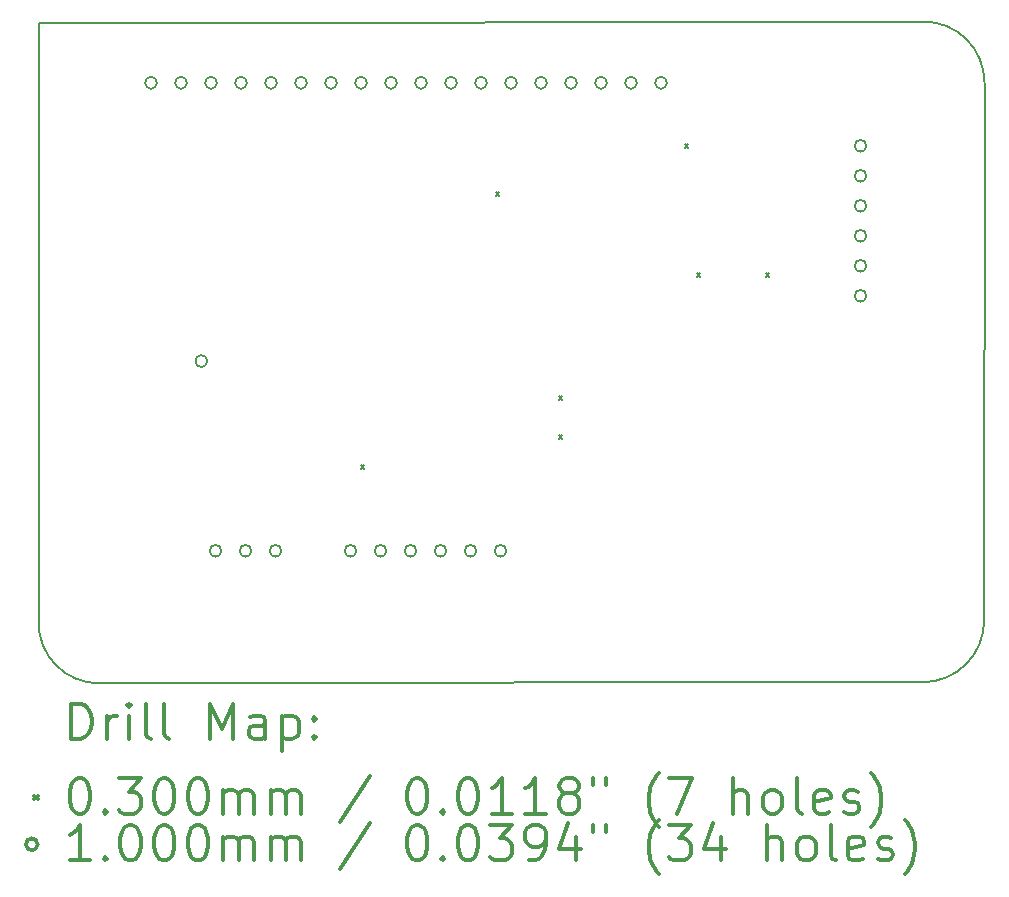
<source format=gbr>
%FSLAX45Y45*%
G04 Gerber Fmt 4.5, Leading zero omitted, Abs format (unit mm)*
G04 Created by KiCad (PCBNEW 5.1.10-88a1d61d58~88~ubuntu18.04.1) date 2021-06-14 13:50:45*
%MOMM*%
%LPD*%
G01*
G04 APERTURE LIST*
%TA.AperFunction,Profile*%
%ADD10C,0.150000*%
%TD*%
%ADD11C,0.200000*%
%ADD12C,0.300000*%
G04 APERTURE END LIST*
D10*
X15118080Y-14989810D02*
G75*
G02*
X14605000Y-14476730I0J513080D01*
G01*
X22611080Y-14458950D02*
G75*
G02*
X22089110Y-14980920I-521970J0D01*
G01*
X22095410Y-9387866D02*
G75*
G02*
X22613620Y-9900920I5131J-513054D01*
G01*
X14605000Y-9398000D02*
X22105620Y-9387840D01*
X14608810Y-14479270D02*
X14605000Y-9398000D01*
X22091650Y-14980920D02*
X15119350Y-14989810D01*
X22616160Y-9903460D02*
X22613620Y-14461490D01*
D11*
X17333200Y-13142200D02*
X17363200Y-13172200D01*
X17363200Y-13142200D02*
X17333200Y-13172200D01*
X18476200Y-10830800D02*
X18506200Y-10860800D01*
X18506200Y-10830800D02*
X18476200Y-10860800D01*
X19009600Y-12558000D02*
X19039600Y-12588000D01*
X19039600Y-12558000D02*
X19009600Y-12588000D01*
X19009600Y-12888199D02*
X19039600Y-12918199D01*
X19039600Y-12888199D02*
X19009600Y-12918199D01*
X20076400Y-10424400D02*
X20106400Y-10454400D01*
X20106400Y-10424400D02*
X20076400Y-10454400D01*
X20178000Y-11516600D02*
X20208000Y-11546600D01*
X20208000Y-11516600D02*
X20178000Y-11546600D01*
X20762200Y-11516600D02*
X20792200Y-11546600D01*
X20792200Y-11516600D02*
X20762200Y-11546600D01*
X15607500Y-9906000D02*
G75*
G03*
X15607500Y-9906000I-50000J0D01*
G01*
X15861500Y-9906000D02*
G75*
G03*
X15861500Y-9906000I-50000J0D01*
G01*
X16032950Y-12261850D02*
G75*
G03*
X16032950Y-12261850I-50000J0D01*
G01*
X16115500Y-9906000D02*
G75*
G03*
X16115500Y-9906000I-50000J0D01*
G01*
X16153600Y-13868400D02*
G75*
G03*
X16153600Y-13868400I-50000J0D01*
G01*
X16369500Y-9906000D02*
G75*
G03*
X16369500Y-9906000I-50000J0D01*
G01*
X16407600Y-13868400D02*
G75*
G03*
X16407600Y-13868400I-50000J0D01*
G01*
X16623500Y-9906000D02*
G75*
G03*
X16623500Y-9906000I-50000J0D01*
G01*
X16661600Y-13868400D02*
G75*
G03*
X16661600Y-13868400I-50000J0D01*
G01*
X16877500Y-9906000D02*
G75*
G03*
X16877500Y-9906000I-50000J0D01*
G01*
X17131500Y-9906000D02*
G75*
G03*
X17131500Y-9906000I-50000J0D01*
G01*
X17296600Y-13868400D02*
G75*
G03*
X17296600Y-13868400I-50000J0D01*
G01*
X17385500Y-9906000D02*
G75*
G03*
X17385500Y-9906000I-50000J0D01*
G01*
X17550600Y-13868400D02*
G75*
G03*
X17550600Y-13868400I-50000J0D01*
G01*
X17639500Y-9906000D02*
G75*
G03*
X17639500Y-9906000I-50000J0D01*
G01*
X17804600Y-13868400D02*
G75*
G03*
X17804600Y-13868400I-50000J0D01*
G01*
X17893500Y-9906000D02*
G75*
G03*
X17893500Y-9906000I-50000J0D01*
G01*
X18058600Y-13868400D02*
G75*
G03*
X18058600Y-13868400I-50000J0D01*
G01*
X18147500Y-9906000D02*
G75*
G03*
X18147500Y-9906000I-50000J0D01*
G01*
X18312600Y-13868400D02*
G75*
G03*
X18312600Y-13868400I-50000J0D01*
G01*
X18401500Y-9906000D02*
G75*
G03*
X18401500Y-9906000I-50000J0D01*
G01*
X18566600Y-13868400D02*
G75*
G03*
X18566600Y-13868400I-50000J0D01*
G01*
X18655500Y-9906000D02*
G75*
G03*
X18655500Y-9906000I-50000J0D01*
G01*
X18909500Y-9906000D02*
G75*
G03*
X18909500Y-9906000I-50000J0D01*
G01*
X19163500Y-9906000D02*
G75*
G03*
X19163500Y-9906000I-50000J0D01*
G01*
X19417500Y-9906000D02*
G75*
G03*
X19417500Y-9906000I-50000J0D01*
G01*
X19671500Y-9906000D02*
G75*
G03*
X19671500Y-9906000I-50000J0D01*
G01*
X19925500Y-9906000D02*
G75*
G03*
X19925500Y-9906000I-50000J0D01*
G01*
X21614600Y-10439400D02*
G75*
G03*
X21614600Y-10439400I-50000J0D01*
G01*
X21614600Y-10693400D02*
G75*
G03*
X21614600Y-10693400I-50000J0D01*
G01*
X21614600Y-10947400D02*
G75*
G03*
X21614600Y-10947400I-50000J0D01*
G01*
X21614600Y-11201400D02*
G75*
G03*
X21614600Y-11201400I-50000J0D01*
G01*
X21614600Y-11455400D02*
G75*
G03*
X21614600Y-11455400I-50000J0D01*
G01*
X21614600Y-11709400D02*
G75*
G03*
X21614600Y-11709400I-50000J0D01*
G01*
D12*
X14883928Y-15463024D02*
X14883928Y-15163024D01*
X14955357Y-15163024D01*
X14998214Y-15177310D01*
X15026786Y-15205881D01*
X15041071Y-15234453D01*
X15055357Y-15291596D01*
X15055357Y-15334453D01*
X15041071Y-15391596D01*
X15026786Y-15420167D01*
X14998214Y-15448739D01*
X14955357Y-15463024D01*
X14883928Y-15463024D01*
X15183928Y-15463024D02*
X15183928Y-15263024D01*
X15183928Y-15320167D02*
X15198214Y-15291596D01*
X15212500Y-15277310D01*
X15241071Y-15263024D01*
X15269643Y-15263024D01*
X15369643Y-15463024D02*
X15369643Y-15263024D01*
X15369643Y-15163024D02*
X15355357Y-15177310D01*
X15369643Y-15191596D01*
X15383928Y-15177310D01*
X15369643Y-15163024D01*
X15369643Y-15191596D01*
X15555357Y-15463024D02*
X15526786Y-15448739D01*
X15512500Y-15420167D01*
X15512500Y-15163024D01*
X15712500Y-15463024D02*
X15683928Y-15448739D01*
X15669643Y-15420167D01*
X15669643Y-15163024D01*
X16055357Y-15463024D02*
X16055357Y-15163024D01*
X16155357Y-15377310D01*
X16255357Y-15163024D01*
X16255357Y-15463024D01*
X16526786Y-15463024D02*
X16526786Y-15305881D01*
X16512500Y-15277310D01*
X16483928Y-15263024D01*
X16426786Y-15263024D01*
X16398214Y-15277310D01*
X16526786Y-15448739D02*
X16498214Y-15463024D01*
X16426786Y-15463024D01*
X16398214Y-15448739D01*
X16383928Y-15420167D01*
X16383928Y-15391596D01*
X16398214Y-15363024D01*
X16426786Y-15348739D01*
X16498214Y-15348739D01*
X16526786Y-15334453D01*
X16669643Y-15263024D02*
X16669643Y-15563024D01*
X16669643Y-15277310D02*
X16698214Y-15263024D01*
X16755357Y-15263024D01*
X16783928Y-15277310D01*
X16798214Y-15291596D01*
X16812500Y-15320167D01*
X16812500Y-15405881D01*
X16798214Y-15434453D01*
X16783928Y-15448739D01*
X16755357Y-15463024D01*
X16698214Y-15463024D01*
X16669643Y-15448739D01*
X16941071Y-15434453D02*
X16955357Y-15448739D01*
X16941071Y-15463024D01*
X16926786Y-15448739D01*
X16941071Y-15434453D01*
X16941071Y-15463024D01*
X16941071Y-15277310D02*
X16955357Y-15291596D01*
X16941071Y-15305881D01*
X16926786Y-15291596D01*
X16941071Y-15277310D01*
X16941071Y-15305881D01*
X14567500Y-15942310D02*
X14597500Y-15972310D01*
X14597500Y-15942310D02*
X14567500Y-15972310D01*
X14941071Y-15793024D02*
X14969643Y-15793024D01*
X14998214Y-15807310D01*
X15012500Y-15821596D01*
X15026786Y-15850167D01*
X15041071Y-15907310D01*
X15041071Y-15978739D01*
X15026786Y-16035881D01*
X15012500Y-16064453D01*
X14998214Y-16078739D01*
X14969643Y-16093024D01*
X14941071Y-16093024D01*
X14912500Y-16078739D01*
X14898214Y-16064453D01*
X14883928Y-16035881D01*
X14869643Y-15978739D01*
X14869643Y-15907310D01*
X14883928Y-15850167D01*
X14898214Y-15821596D01*
X14912500Y-15807310D01*
X14941071Y-15793024D01*
X15169643Y-16064453D02*
X15183928Y-16078739D01*
X15169643Y-16093024D01*
X15155357Y-16078739D01*
X15169643Y-16064453D01*
X15169643Y-16093024D01*
X15283928Y-15793024D02*
X15469643Y-15793024D01*
X15369643Y-15907310D01*
X15412500Y-15907310D01*
X15441071Y-15921596D01*
X15455357Y-15935881D01*
X15469643Y-15964453D01*
X15469643Y-16035881D01*
X15455357Y-16064453D01*
X15441071Y-16078739D01*
X15412500Y-16093024D01*
X15326786Y-16093024D01*
X15298214Y-16078739D01*
X15283928Y-16064453D01*
X15655357Y-15793024D02*
X15683928Y-15793024D01*
X15712500Y-15807310D01*
X15726786Y-15821596D01*
X15741071Y-15850167D01*
X15755357Y-15907310D01*
X15755357Y-15978739D01*
X15741071Y-16035881D01*
X15726786Y-16064453D01*
X15712500Y-16078739D01*
X15683928Y-16093024D01*
X15655357Y-16093024D01*
X15626786Y-16078739D01*
X15612500Y-16064453D01*
X15598214Y-16035881D01*
X15583928Y-15978739D01*
X15583928Y-15907310D01*
X15598214Y-15850167D01*
X15612500Y-15821596D01*
X15626786Y-15807310D01*
X15655357Y-15793024D01*
X15941071Y-15793024D02*
X15969643Y-15793024D01*
X15998214Y-15807310D01*
X16012500Y-15821596D01*
X16026786Y-15850167D01*
X16041071Y-15907310D01*
X16041071Y-15978739D01*
X16026786Y-16035881D01*
X16012500Y-16064453D01*
X15998214Y-16078739D01*
X15969643Y-16093024D01*
X15941071Y-16093024D01*
X15912500Y-16078739D01*
X15898214Y-16064453D01*
X15883928Y-16035881D01*
X15869643Y-15978739D01*
X15869643Y-15907310D01*
X15883928Y-15850167D01*
X15898214Y-15821596D01*
X15912500Y-15807310D01*
X15941071Y-15793024D01*
X16169643Y-16093024D02*
X16169643Y-15893024D01*
X16169643Y-15921596D02*
X16183928Y-15907310D01*
X16212500Y-15893024D01*
X16255357Y-15893024D01*
X16283928Y-15907310D01*
X16298214Y-15935881D01*
X16298214Y-16093024D01*
X16298214Y-15935881D02*
X16312500Y-15907310D01*
X16341071Y-15893024D01*
X16383928Y-15893024D01*
X16412500Y-15907310D01*
X16426786Y-15935881D01*
X16426786Y-16093024D01*
X16569643Y-16093024D02*
X16569643Y-15893024D01*
X16569643Y-15921596D02*
X16583928Y-15907310D01*
X16612500Y-15893024D01*
X16655357Y-15893024D01*
X16683928Y-15907310D01*
X16698214Y-15935881D01*
X16698214Y-16093024D01*
X16698214Y-15935881D02*
X16712500Y-15907310D01*
X16741071Y-15893024D01*
X16783928Y-15893024D01*
X16812500Y-15907310D01*
X16826786Y-15935881D01*
X16826786Y-16093024D01*
X17412500Y-15778739D02*
X17155357Y-16164453D01*
X17798214Y-15793024D02*
X17826786Y-15793024D01*
X17855357Y-15807310D01*
X17869643Y-15821596D01*
X17883928Y-15850167D01*
X17898214Y-15907310D01*
X17898214Y-15978739D01*
X17883928Y-16035881D01*
X17869643Y-16064453D01*
X17855357Y-16078739D01*
X17826786Y-16093024D01*
X17798214Y-16093024D01*
X17769643Y-16078739D01*
X17755357Y-16064453D01*
X17741071Y-16035881D01*
X17726786Y-15978739D01*
X17726786Y-15907310D01*
X17741071Y-15850167D01*
X17755357Y-15821596D01*
X17769643Y-15807310D01*
X17798214Y-15793024D01*
X18026786Y-16064453D02*
X18041071Y-16078739D01*
X18026786Y-16093024D01*
X18012500Y-16078739D01*
X18026786Y-16064453D01*
X18026786Y-16093024D01*
X18226786Y-15793024D02*
X18255357Y-15793024D01*
X18283928Y-15807310D01*
X18298214Y-15821596D01*
X18312500Y-15850167D01*
X18326786Y-15907310D01*
X18326786Y-15978739D01*
X18312500Y-16035881D01*
X18298214Y-16064453D01*
X18283928Y-16078739D01*
X18255357Y-16093024D01*
X18226786Y-16093024D01*
X18198214Y-16078739D01*
X18183928Y-16064453D01*
X18169643Y-16035881D01*
X18155357Y-15978739D01*
X18155357Y-15907310D01*
X18169643Y-15850167D01*
X18183928Y-15821596D01*
X18198214Y-15807310D01*
X18226786Y-15793024D01*
X18612500Y-16093024D02*
X18441071Y-16093024D01*
X18526786Y-16093024D02*
X18526786Y-15793024D01*
X18498214Y-15835881D01*
X18469643Y-15864453D01*
X18441071Y-15878739D01*
X18898214Y-16093024D02*
X18726786Y-16093024D01*
X18812500Y-16093024D02*
X18812500Y-15793024D01*
X18783928Y-15835881D01*
X18755357Y-15864453D01*
X18726786Y-15878739D01*
X19069643Y-15921596D02*
X19041071Y-15907310D01*
X19026786Y-15893024D01*
X19012500Y-15864453D01*
X19012500Y-15850167D01*
X19026786Y-15821596D01*
X19041071Y-15807310D01*
X19069643Y-15793024D01*
X19126786Y-15793024D01*
X19155357Y-15807310D01*
X19169643Y-15821596D01*
X19183928Y-15850167D01*
X19183928Y-15864453D01*
X19169643Y-15893024D01*
X19155357Y-15907310D01*
X19126786Y-15921596D01*
X19069643Y-15921596D01*
X19041071Y-15935881D01*
X19026786Y-15950167D01*
X19012500Y-15978739D01*
X19012500Y-16035881D01*
X19026786Y-16064453D01*
X19041071Y-16078739D01*
X19069643Y-16093024D01*
X19126786Y-16093024D01*
X19155357Y-16078739D01*
X19169643Y-16064453D01*
X19183928Y-16035881D01*
X19183928Y-15978739D01*
X19169643Y-15950167D01*
X19155357Y-15935881D01*
X19126786Y-15921596D01*
X19298214Y-15793024D02*
X19298214Y-15850167D01*
X19412500Y-15793024D02*
X19412500Y-15850167D01*
X19855357Y-16207310D02*
X19841071Y-16193024D01*
X19812500Y-16150167D01*
X19798214Y-16121596D01*
X19783928Y-16078739D01*
X19769643Y-16007310D01*
X19769643Y-15950167D01*
X19783928Y-15878739D01*
X19798214Y-15835881D01*
X19812500Y-15807310D01*
X19841071Y-15764453D01*
X19855357Y-15750167D01*
X19941071Y-15793024D02*
X20141071Y-15793024D01*
X20012500Y-16093024D01*
X20483928Y-16093024D02*
X20483928Y-15793024D01*
X20612500Y-16093024D02*
X20612500Y-15935881D01*
X20598214Y-15907310D01*
X20569643Y-15893024D01*
X20526786Y-15893024D01*
X20498214Y-15907310D01*
X20483928Y-15921596D01*
X20798214Y-16093024D02*
X20769643Y-16078739D01*
X20755357Y-16064453D01*
X20741071Y-16035881D01*
X20741071Y-15950167D01*
X20755357Y-15921596D01*
X20769643Y-15907310D01*
X20798214Y-15893024D01*
X20841071Y-15893024D01*
X20869643Y-15907310D01*
X20883928Y-15921596D01*
X20898214Y-15950167D01*
X20898214Y-16035881D01*
X20883928Y-16064453D01*
X20869643Y-16078739D01*
X20841071Y-16093024D01*
X20798214Y-16093024D01*
X21069643Y-16093024D02*
X21041071Y-16078739D01*
X21026786Y-16050167D01*
X21026786Y-15793024D01*
X21298214Y-16078739D02*
X21269643Y-16093024D01*
X21212500Y-16093024D01*
X21183928Y-16078739D01*
X21169643Y-16050167D01*
X21169643Y-15935881D01*
X21183928Y-15907310D01*
X21212500Y-15893024D01*
X21269643Y-15893024D01*
X21298214Y-15907310D01*
X21312500Y-15935881D01*
X21312500Y-15964453D01*
X21169643Y-15993024D01*
X21426786Y-16078739D02*
X21455357Y-16093024D01*
X21512500Y-16093024D01*
X21541071Y-16078739D01*
X21555357Y-16050167D01*
X21555357Y-16035881D01*
X21541071Y-16007310D01*
X21512500Y-15993024D01*
X21469643Y-15993024D01*
X21441071Y-15978739D01*
X21426786Y-15950167D01*
X21426786Y-15935881D01*
X21441071Y-15907310D01*
X21469643Y-15893024D01*
X21512500Y-15893024D01*
X21541071Y-15907310D01*
X21655357Y-16207310D02*
X21669643Y-16193024D01*
X21698214Y-16150167D01*
X21712500Y-16121596D01*
X21726786Y-16078739D01*
X21741071Y-16007310D01*
X21741071Y-15950167D01*
X21726786Y-15878739D01*
X21712500Y-15835881D01*
X21698214Y-15807310D01*
X21669643Y-15764453D01*
X21655357Y-15750167D01*
X14597500Y-16353310D02*
G75*
G03*
X14597500Y-16353310I-50000J0D01*
G01*
X15041071Y-16489024D02*
X14869643Y-16489024D01*
X14955357Y-16489024D02*
X14955357Y-16189024D01*
X14926786Y-16231881D01*
X14898214Y-16260453D01*
X14869643Y-16274739D01*
X15169643Y-16460453D02*
X15183928Y-16474739D01*
X15169643Y-16489024D01*
X15155357Y-16474739D01*
X15169643Y-16460453D01*
X15169643Y-16489024D01*
X15369643Y-16189024D02*
X15398214Y-16189024D01*
X15426786Y-16203310D01*
X15441071Y-16217596D01*
X15455357Y-16246167D01*
X15469643Y-16303310D01*
X15469643Y-16374739D01*
X15455357Y-16431881D01*
X15441071Y-16460453D01*
X15426786Y-16474739D01*
X15398214Y-16489024D01*
X15369643Y-16489024D01*
X15341071Y-16474739D01*
X15326786Y-16460453D01*
X15312500Y-16431881D01*
X15298214Y-16374739D01*
X15298214Y-16303310D01*
X15312500Y-16246167D01*
X15326786Y-16217596D01*
X15341071Y-16203310D01*
X15369643Y-16189024D01*
X15655357Y-16189024D02*
X15683928Y-16189024D01*
X15712500Y-16203310D01*
X15726786Y-16217596D01*
X15741071Y-16246167D01*
X15755357Y-16303310D01*
X15755357Y-16374739D01*
X15741071Y-16431881D01*
X15726786Y-16460453D01*
X15712500Y-16474739D01*
X15683928Y-16489024D01*
X15655357Y-16489024D01*
X15626786Y-16474739D01*
X15612500Y-16460453D01*
X15598214Y-16431881D01*
X15583928Y-16374739D01*
X15583928Y-16303310D01*
X15598214Y-16246167D01*
X15612500Y-16217596D01*
X15626786Y-16203310D01*
X15655357Y-16189024D01*
X15941071Y-16189024D02*
X15969643Y-16189024D01*
X15998214Y-16203310D01*
X16012500Y-16217596D01*
X16026786Y-16246167D01*
X16041071Y-16303310D01*
X16041071Y-16374739D01*
X16026786Y-16431881D01*
X16012500Y-16460453D01*
X15998214Y-16474739D01*
X15969643Y-16489024D01*
X15941071Y-16489024D01*
X15912500Y-16474739D01*
X15898214Y-16460453D01*
X15883928Y-16431881D01*
X15869643Y-16374739D01*
X15869643Y-16303310D01*
X15883928Y-16246167D01*
X15898214Y-16217596D01*
X15912500Y-16203310D01*
X15941071Y-16189024D01*
X16169643Y-16489024D02*
X16169643Y-16289024D01*
X16169643Y-16317596D02*
X16183928Y-16303310D01*
X16212500Y-16289024D01*
X16255357Y-16289024D01*
X16283928Y-16303310D01*
X16298214Y-16331881D01*
X16298214Y-16489024D01*
X16298214Y-16331881D02*
X16312500Y-16303310D01*
X16341071Y-16289024D01*
X16383928Y-16289024D01*
X16412500Y-16303310D01*
X16426786Y-16331881D01*
X16426786Y-16489024D01*
X16569643Y-16489024D02*
X16569643Y-16289024D01*
X16569643Y-16317596D02*
X16583928Y-16303310D01*
X16612500Y-16289024D01*
X16655357Y-16289024D01*
X16683928Y-16303310D01*
X16698214Y-16331881D01*
X16698214Y-16489024D01*
X16698214Y-16331881D02*
X16712500Y-16303310D01*
X16741071Y-16289024D01*
X16783928Y-16289024D01*
X16812500Y-16303310D01*
X16826786Y-16331881D01*
X16826786Y-16489024D01*
X17412500Y-16174739D02*
X17155357Y-16560453D01*
X17798214Y-16189024D02*
X17826786Y-16189024D01*
X17855357Y-16203310D01*
X17869643Y-16217596D01*
X17883928Y-16246167D01*
X17898214Y-16303310D01*
X17898214Y-16374739D01*
X17883928Y-16431881D01*
X17869643Y-16460453D01*
X17855357Y-16474739D01*
X17826786Y-16489024D01*
X17798214Y-16489024D01*
X17769643Y-16474739D01*
X17755357Y-16460453D01*
X17741071Y-16431881D01*
X17726786Y-16374739D01*
X17726786Y-16303310D01*
X17741071Y-16246167D01*
X17755357Y-16217596D01*
X17769643Y-16203310D01*
X17798214Y-16189024D01*
X18026786Y-16460453D02*
X18041071Y-16474739D01*
X18026786Y-16489024D01*
X18012500Y-16474739D01*
X18026786Y-16460453D01*
X18026786Y-16489024D01*
X18226786Y-16189024D02*
X18255357Y-16189024D01*
X18283928Y-16203310D01*
X18298214Y-16217596D01*
X18312500Y-16246167D01*
X18326786Y-16303310D01*
X18326786Y-16374739D01*
X18312500Y-16431881D01*
X18298214Y-16460453D01*
X18283928Y-16474739D01*
X18255357Y-16489024D01*
X18226786Y-16489024D01*
X18198214Y-16474739D01*
X18183928Y-16460453D01*
X18169643Y-16431881D01*
X18155357Y-16374739D01*
X18155357Y-16303310D01*
X18169643Y-16246167D01*
X18183928Y-16217596D01*
X18198214Y-16203310D01*
X18226786Y-16189024D01*
X18426786Y-16189024D02*
X18612500Y-16189024D01*
X18512500Y-16303310D01*
X18555357Y-16303310D01*
X18583928Y-16317596D01*
X18598214Y-16331881D01*
X18612500Y-16360453D01*
X18612500Y-16431881D01*
X18598214Y-16460453D01*
X18583928Y-16474739D01*
X18555357Y-16489024D01*
X18469643Y-16489024D01*
X18441071Y-16474739D01*
X18426786Y-16460453D01*
X18755357Y-16489024D02*
X18812500Y-16489024D01*
X18841071Y-16474739D01*
X18855357Y-16460453D01*
X18883928Y-16417596D01*
X18898214Y-16360453D01*
X18898214Y-16246167D01*
X18883928Y-16217596D01*
X18869643Y-16203310D01*
X18841071Y-16189024D01*
X18783928Y-16189024D01*
X18755357Y-16203310D01*
X18741071Y-16217596D01*
X18726786Y-16246167D01*
X18726786Y-16317596D01*
X18741071Y-16346167D01*
X18755357Y-16360453D01*
X18783928Y-16374739D01*
X18841071Y-16374739D01*
X18869643Y-16360453D01*
X18883928Y-16346167D01*
X18898214Y-16317596D01*
X19155357Y-16289024D02*
X19155357Y-16489024D01*
X19083928Y-16174739D02*
X19012500Y-16389024D01*
X19198214Y-16389024D01*
X19298214Y-16189024D02*
X19298214Y-16246167D01*
X19412500Y-16189024D02*
X19412500Y-16246167D01*
X19855357Y-16603310D02*
X19841071Y-16589024D01*
X19812500Y-16546167D01*
X19798214Y-16517596D01*
X19783928Y-16474739D01*
X19769643Y-16403310D01*
X19769643Y-16346167D01*
X19783928Y-16274739D01*
X19798214Y-16231881D01*
X19812500Y-16203310D01*
X19841071Y-16160453D01*
X19855357Y-16146167D01*
X19941071Y-16189024D02*
X20126786Y-16189024D01*
X20026786Y-16303310D01*
X20069643Y-16303310D01*
X20098214Y-16317596D01*
X20112500Y-16331881D01*
X20126786Y-16360453D01*
X20126786Y-16431881D01*
X20112500Y-16460453D01*
X20098214Y-16474739D01*
X20069643Y-16489024D01*
X19983928Y-16489024D01*
X19955357Y-16474739D01*
X19941071Y-16460453D01*
X20383928Y-16289024D02*
X20383928Y-16489024D01*
X20312500Y-16174739D02*
X20241071Y-16389024D01*
X20426786Y-16389024D01*
X20769643Y-16489024D02*
X20769643Y-16189024D01*
X20898214Y-16489024D02*
X20898214Y-16331881D01*
X20883928Y-16303310D01*
X20855357Y-16289024D01*
X20812500Y-16289024D01*
X20783928Y-16303310D01*
X20769643Y-16317596D01*
X21083928Y-16489024D02*
X21055357Y-16474739D01*
X21041071Y-16460453D01*
X21026786Y-16431881D01*
X21026786Y-16346167D01*
X21041071Y-16317596D01*
X21055357Y-16303310D01*
X21083928Y-16289024D01*
X21126786Y-16289024D01*
X21155357Y-16303310D01*
X21169643Y-16317596D01*
X21183928Y-16346167D01*
X21183928Y-16431881D01*
X21169643Y-16460453D01*
X21155357Y-16474739D01*
X21126786Y-16489024D01*
X21083928Y-16489024D01*
X21355357Y-16489024D02*
X21326786Y-16474739D01*
X21312500Y-16446167D01*
X21312500Y-16189024D01*
X21583928Y-16474739D02*
X21555357Y-16489024D01*
X21498214Y-16489024D01*
X21469643Y-16474739D01*
X21455357Y-16446167D01*
X21455357Y-16331881D01*
X21469643Y-16303310D01*
X21498214Y-16289024D01*
X21555357Y-16289024D01*
X21583928Y-16303310D01*
X21598214Y-16331881D01*
X21598214Y-16360453D01*
X21455357Y-16389024D01*
X21712500Y-16474739D02*
X21741071Y-16489024D01*
X21798214Y-16489024D01*
X21826786Y-16474739D01*
X21841071Y-16446167D01*
X21841071Y-16431881D01*
X21826786Y-16403310D01*
X21798214Y-16389024D01*
X21755357Y-16389024D01*
X21726786Y-16374739D01*
X21712500Y-16346167D01*
X21712500Y-16331881D01*
X21726786Y-16303310D01*
X21755357Y-16289024D01*
X21798214Y-16289024D01*
X21826786Y-16303310D01*
X21941071Y-16603310D02*
X21955357Y-16589024D01*
X21983928Y-16546167D01*
X21998214Y-16517596D01*
X22012500Y-16474739D01*
X22026786Y-16403310D01*
X22026786Y-16346167D01*
X22012500Y-16274739D01*
X21998214Y-16231881D01*
X21983928Y-16203310D01*
X21955357Y-16160453D01*
X21941071Y-16146167D01*
M02*

</source>
